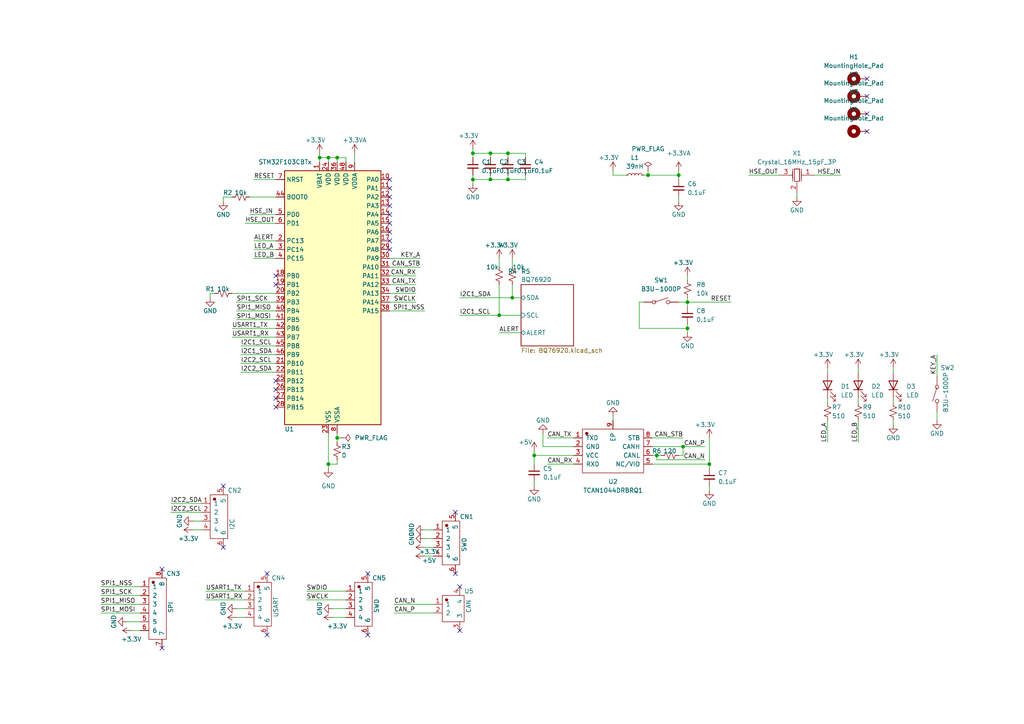
<source format=kicad_sch>
(kicad_sch (version 20230121) (generator eeschema)
  (paper "A4")
  (title_block (title "CawBMS") (rev "Alpha") (company "GUAIK"))
  (lib_symbols
    (symbol "Device:C_Small" (pin_numbers hide) (pin_names (offset 0.254) hide)
      (property "Reference" "C" (at 0.254 1.778 0))
      (property "Value" "C_Small" (at 0.254 -2.032 0))
      (symbol "C_Small_0_1"
        (polyline (pts (xy -1.524 -0.508) (xy 1.524 -0.508)) (stroke (width 0.3302)))
        (polyline (pts (xy -1.524 0.508) (xy 1.524 0.508)) (stroke (width 0.3048)))
      )
      (symbol "C_Small_1_1"
        (pin passive line (at 0 2.54 270) (length 2.032) (name "~") (number "1"))
        (pin passive line (at 0 -2.54 90) (length 2.032) (name "~") (number "2"))
      )
    )
    (symbol "Device:LED" (pin_numbers hide) (pin_names (offset 1.016) hide)
      (property "Reference" "D" (at 0 2.54 0))
      (property "Value" "LED" (at 0 -2.54 0))
      (symbol "LED_0_1"
        (polyline (pts (xy -1.27 -1.27) (xy -1.27 1.27)) (stroke (width 0.254)))
        (polyline (pts (xy -1.27 0) (xy 1.27 0)))
        (polyline (pts (xy 1.27 -1.27) (xy 1.27 1.27) (xy -1.27 0) (xy 1.27 -1.27)) (stroke (width 0.254)))
        (polyline (pts (xy -3.048 -0.762) (xy -4.572 -2.286) (xy -3.81 -2.286) (xy -4.572 -2.286) (xy -4.572 -1.524)))
        (polyline (pts (xy -1.778 -0.762) (xy -3.302 -2.286) (xy -2.54 -2.286) (xy -3.302 -2.286) (xy -3.302 -1.524)))
      )
      (symbol "LED_1_1"
        (pin passive line (at -3.81 0 0) (length 2.54) (name "K") (number "1"))
        (pin passive line (at 3.81 0 180) (length 2.54) (name "A") (number "2"))
      )
    )
    (symbol "Device:L_Small" (pin_numbers hide) (pin_names (offset 0.254) hide)
      (property "Reference" "L" (at 0.762 1.016 0))
      (property "Value" "L_Small" (at 0.762 -1.016 0))
      (symbol "L_Small_0_1"
        (arc (start 0 -2.032) (mid 0.5058 -1.524) (end 0 -1.016))
        (arc (start 0 -1.016) (mid 0.5058 -0.508) (end 0 0))
        (arc (start 0 0) (mid 0.5058 0.508) (end 0 1.016))
        (arc (start 0 1.016) (mid 0.5058 1.524) (end 0 2.032))
      )
      (symbol "L_Small_1_1"
        (pin passive line (at 0 2.54 270) (length 0.508) (name "~") (number "1"))
        (pin passive line (at 0 -2.54 90) (length 0.508) (name "~") (number "2"))
      )
    )
    (symbol "Device:R_Small_US" (pin_numbers hide) (pin_names (offset 0.254) hide)
      (property "Reference" "R" (at 0.762 0.508 0))
      (property "Value" "R_Small_US" (at 0.762 -1.016 0))
      (symbol "R_Small_US_1_1"
        (polyline (pts (xy 0 0) (xy 1.016 -0.381) (xy 0 -0.762) (xy -1.016 -1.143) (xy 0 -1.524)))
        (polyline (pts (xy 0 1.524) (xy 1.016 1.143) (xy 0 0.762) (xy -1.016 0.381) (xy 0 0)))
        (pin passive line (at 0 2.54 270) (length 1.016) (name "~") (number "1"))
        (pin passive line (at 0 -2.54 90) (length 1.016) (name "~") (number "2"))
      )
    )
    (symbol "MCU_ST_STM32F1:STM32F103CBTx"
      (property "Reference" "U" (at -12.7 39.37 0))
      (property "Value" "STM32F103CBTx" (at 10.16 39.37 0))
      (symbol "STM32F103CBTx_0_1"
        (rectangle (start -12.7 -35.56) (end 15.24 38.1) (stroke (width 0.254)) (fill (type background)))
      )
      (symbol "STM32F103CBTx_1_1"
        (pin power_in line (at -2.54 40.64 270) (length 2.54) (name "VBAT") (number "1"))
        (pin bidirectional line (at 17.78 35.56 180) (length 2.54) (name "PA0") (number "10"))
        (pin bidirectional line (at 17.78 33.02 180) (length 2.54) (name "PA1") (number "11"))
        (pin bidirectional line (at 17.78 30.48 180) (length 2.54) (name "PA2") (number "12"))
        (pin bidirectional line (at 17.78 27.94 180) (length 2.54) (name "PA3") (number "13"))
        (pin bidirectional line (at 17.78 25.4 180) (length 2.54) (name "PA4") (number "14"))
        (pin bidirectional line (at 17.78 22.86 180) (length 2.54) (name "PA5") (number "15"))
        (pin bidirectional line (at 17.78 20.32 180) (length 2.54) (name "PA6") (number "16"))
        (pin bidirectional line (at 17.78 17.78 180) (length 2.54) (name "PA7") (number "17"))
        (pin bidirectional line (at -15.24 7.62 0) (length 2.54) (name "PB0") (number "18"))
        (pin bidirectional line (at -15.24 5.08 0) (length 2.54) (name "PB1") (number "19"))
        (pin bidirectional line (at -15.24 17.78 0) (length 2.54) (name "PC13") (number "2"))
        (pin bidirectional line (at -15.24 2.54 0) (length 2.54) (name "PB2") (number "20"))
        (pin bidirectional line (at -15.24 -17.78 0) (length 2.54) (name "PB10") (number "21"))
        (pin bidirectional line (at -15.24 -20.32 0) (length 2.54) (name "PB11") (number "22"))
        (pin power_in line (at 0 -38.1 90) (length 2.54) (name "VSS") (number "23"))
        (pin power_in line (at 0 40.64 270) (length 2.54) (name "VDD") (number "24"))
        (pin bidirectional line (at -15.24 -22.86 0) (length 2.54) (name "PB12") (number "25"))
        (pin bidirectional line (at -15.24 -25.4 0) (length 2.54) (name "PB13") (number "26"))
        (pin bidirectional line (at -15.24 -27.94 0) (length 2.54) (name "PB14") (number "27"))
        (pin bidirectional line (at -15.24 -30.48 0) (length 2.54) (name "PB15") (number "28"))
        (pin bidirectional line (at 17.78 15.24 180) (length 2.54) (name "PA8") (number "29"))
        (pin bidirectional line (at -15.24 15.24 0) (length 2.54) (name "PC14") (number "3"))
        (pin bidirectional line (at 17.78 12.7 180) (length 2.54) (name "PA9") (number "30"))
        (pin bidirectional line (at 17.78 10.16 180) (length 2.54) (name "PA10") (number "31"))
        (pin bidirectional line (at 17.78 7.62 180) (length 2.54) (name "PA11") (number "32"))
        (pin bidirectional line (at 17.78 5.08 180) (length 2.54) (name "PA12") (number "33"))
        (pin bidirectional line (at 17.78 2.54 180) (length 2.54) (name "PA13") (number "34"))
        (pin passive line (at 0 -38.1 90) (length 2.54) hide (name "VSS") (number "35"))
        (pin power_in line (at 2.54 40.64 270) (length 2.54) (name "VDD") (number "36"))
        (pin bidirectional line (at 17.78 0 180) (length 2.54) (name "PA14") (number "37"))
        (pin bidirectional line (at 17.78 -2.54 180) (length 2.54) (name "PA15") (number "38"))
        (pin bidirectional line (at -15.24 0 0) (length 2.54) (name "PB3") (number "39"))
        (pin bidirectional line (at -15.24 12.7 0) (length 2.54) (name "PC15") (number "4"))
        (pin bidirectional line (at -15.24 -2.54 0) (length 2.54) (name "PB4") (number "40"))
        (pin bidirectional line (at -15.24 -5.08 0) (length 2.54) (name "PB5") (number "41"))
        (pin bidirectional line (at -15.24 -7.62 0) (length 2.54) (name "PB6") (number "42"))
        (pin bidirectional line (at -15.24 -10.16 0) (length 2.54) (name "PB7") (number "43"))
        (pin input line (at -15.24 30.48 0) (length 2.54) (name "BOOT0") (number "44"))
        (pin bidirectional line (at -15.24 -12.7 0) (length 2.54) (name "PB8") (number "45"))
        (pin bidirectional line (at -15.24 -15.24 0) (length 2.54) (name "PB9") (number "46"))
        (pin passive line (at 0 -38.1 90) (length 2.54) hide (name "VSS") (number "47"))
        (pin power_in line (at 5.08 40.64 270) (length 2.54) (name "VDD") (number "48"))
        (pin bidirectional line (at -15.24 25.4 0) (length 2.54) (name "PD0") (number "5"))
        (pin bidirectional line (at -15.24 22.86 0) (length 2.54) (name "PD1") (number "6"))
        (pin input line (at -15.24 35.56 0) (length 2.54) (name "NRST") (number "7"))
        (pin power_in line (at 2.54 -38.1 90) (length 2.54) (name "VSSA") (number "8"))
        (pin power_in line (at 7.62 40.64 270) (length 2.54) (name "VDDA") (number "9"))
      )
    )
    (symbol "Mechanical:MountingHole_Pad" (pin_numbers hide) (pin_names (offset 1.016) hide)
      (property "Reference" "H" (at 0 6.35 0))
      (property "Value" "MountingHole_Pad" (at 0 4.445 0))
      (symbol "MountingHole_Pad_0_1"
        (circle (center 0 1.27) (radius 1.27) (stroke (width 1.27)))
      )
      (symbol "MountingHole_Pad_1_1"
        (pin input line (at 0 -2.54 90) (length 2.54) (name "1") (number "1"))
      )
    )
    (symbol "Rick_CAN:TCAN1044DRBRQ1" (pin_names (offset 1.016))
      (property "Reference" "U" (at 0 11.684 0))
      (property "Value" "TCAN1044DRBRQ1" (at 0 16.764 0))
      (symbol "TCAN1044DRBRQ1_1_1"
        (rectangle (start -8.89 6.35) (end 8.89 -6.35) (stroke (width 0.1524)))
        (circle (center -7.62 5.08) (radius 0.381) (stroke (width 0.1524)) (fill (type outline)))
        (pin output line (at -11.43 3.81 0) (length 2.54) (name "TXD") (number "1"))
        (pin power_in line (at -11.43 1.27 0) (length 2.54) (name "GND") (number "2"))
        (pin power_in line (at -11.43 -1.27 0) (length 2.54) (name "VCC") (number "3"))
        (pin input line (at -11.43 -3.81 0) (length 2.54) (name "RXD") (number "4"))
        (pin power_in line (at 11.43 -3.81 180) (length 2.54) (name "NC/VIO") (number "5"))
        (pin bidirectional line (at 11.43 -1.27 180) (length 2.54) (name "CANL") (number "6"))
        (pin bidirectional line (at 11.43 1.27 180) (length 2.54) (name "CANH") (number "7"))
        (pin input line (at 11.43 3.81 180) (length 2.54) (name "STB") (number "8"))
        (pin power_in line (at 0 8.89 270) (length 2.54) (name "EP") (number "9"))
      )
    )
    (symbol "Rick_Connector:WAFER-SH1.0-2PWB" (pin_names (offset 1.016))
      (property "Reference" "U" (at 0 9.144 0))
      (property "Value" "WAFER-SH1.0-2PWB" (at 0 14.224 0))
      (symbol "WAFER-SH1.0-2PWB_1_1"
        (rectangle (start -1.27 3.81) (end 5.08 -3.81) (stroke (width 0.1524)))
        (circle (center 0 2.54) (radius 0.381) (stroke (width 0.1524)) (fill (type outline)))
        (pin input line (at -3.81 1.27 0) (length 2.54) (name "1") (number "1"))
        (pin input line (at -3.81 -1.27 0) (length 2.54) (name "2") (number "2"))
        (pin input line (at 3.81 -6.35 90) (length 2.54) (name "3") (number "3"))
        (pin input line (at 3.81 6.35 270) (length 2.54) (name "4") (number "4"))
      )
    )
    (symbol "Rick_Connector:WAFER-SH1.0-4PWB" (pin_names (offset 1.016))
      (property "Reference" "CN" (at 0 11.7094 0))
      (property "Value" "WAFER-SH1.0-4PWB" (at 0 16.7894 0))
      (symbol "WAFER-SH1.0-4PWB_1_1"
        (rectangle (start -1.27 6.35) (end 3.81 -6.35) (stroke (width 0.1524)))
        (circle (center 0 5.08) (radius 0.381) (stroke (width 0.1524)) (fill (type outline)))
        (pin input line (at -3.81 3.81 0) (length 2.54) (name "1") (number "1"))
        (pin input line (at -3.81 1.27 0) (length 2.54) (name "2") (number "2"))
        (pin input line (at -3.81 -1.27 0) (length 2.54) (name "3") (number "3"))
        (pin input line (at -3.81 -3.81 0) (length 2.54) (name "4") (number "4"))
        (pin input line (at 2.54 8.89 270) (length 2.54) (name "5") (number "5"))
        (pin input line (at 2.54 -8.89 90) (length 2.54) (name "6") (number "6"))
      )
    )
    (symbol "Rick_Connector:WAFER-SH1.0-6PWB" (pin_names (offset 1.016))
      (property "Reference" "CN" (at 0 14.224 0))
      (property "Value" "WAFER-SH1.0-6PWB" (at 0 19.304 0))
      (symbol "WAFER-SH1.0-6PWB_1_1"
        (rectangle (start -2.54 8.89) (end 2.54 -8.89) (stroke (width 0.1524)))
        (circle (center -1.27 7.62) (radius 0.381) (stroke (width 0.1524)) (fill (type outline)))
        (pin input line (at -5.08 6.35 0) (length 2.54) (name "1") (number "1"))
        (pin input line (at -5.08 3.81 0) (length 2.54) (name "2") (number "2"))
        (pin input line (at -5.08 1.27 0) (length 2.54) (name "3") (number "3"))
        (pin input line (at -5.08 -1.27 0) (length 2.54) (name "4") (number "4"))
        (pin input line (at -5.08 -3.81 0) (length 2.54) (name "5") (number "5"))
        (pin input line (at -5.08 -6.35 0) (length 2.54) (name "6") (number "6"))
        (pin input line (at 1.27 -11.43 90) (length 2.54) (name "7") (number "7"))
        (pin input line (at 1.27 11.43 270) (length 2.54) (name "8") (number "8"))
      )
    )
    (symbol "Rick_Device:Crystal_16MHz_15pF_3P" (pin_names (offset 1.016) hide)
      (property "Reference" "X" (at 0 4.318 0))
      (property "Value" "Crystal_16MHz_15pF_3P" (at 0 9.398 0))
      (symbol "Crystal_16MHz_15pF_3P_1_1"
        (polyline (pts (xy -1.27 1.016) (xy -1.27 -1.016)) (stroke (width 0.1524)))
        (polyline (pts (xy -1.27 1.778) (xy -1.27 -1.778)) (stroke (width 0.1524)))
        (polyline (pts (xy -0.762 1.778) (xy 0.762 1.778)) (stroke (width 0.1524)))
        (polyline (pts (xy 1.27 1.016) (xy 1.27 -1.016)) (stroke (width 0.1524)))
        (polyline (pts (xy 1.27 1.778) (xy 1.27 -1.778)) (stroke (width 0.1524)))
        (polyline (pts (xy 0.762 1.778) (xy 0.762 -1.778) (xy -0.762 -1.778) (xy -0.762 1.778)) (stroke (width 0.1524)))
        (polyline (pts (xy -0.762 -1.778) (xy -0.762 1.778) (xy 0.762 1.778) (xy 0.762 -1.778) (xy -0.762 -1.778)) (stroke (width 0.1524)))
        (pin passive line (at 5.08 0 180) (length 3.81) (name "OSC1") (number "1"))
        (pin passive line (at 0 -5.08 90) (length 3.048) (name "GND") (number "2"))
        (pin passive line (at -5.08 0 0) (length 3.81) (name "OSC2") (number "3"))
      )
    )
    (symbol "Rick_Switch:B3U-1000P" (pin_numbers hide) (pin_names (offset 1.016) hide)
      (property "Reference" "SW" (at 0 2.54 0))
      (property "Value" "B3U-1000P" (at 0 5.08 0))
      (symbol "B3U-1000P_0_1"
        (circle (center -2.032 0) (radius 0.508))
        (polyline (pts (xy -2.032 0) (xy 2.032 1.27)))
        (circle (center 2.032 0) (radius 0.508))
        (pin passive line (at -5.08 0 0) (length 2.54) (name "1") (number "1"))
        (pin passive line (at 5.08 0 180) (length 2.54) (name "2") (number "2"))
      )
    )
    (symbol "power:+3.3V" (power) (pin_names (offset 0))
      (property "Value" "+3.3V" (at 0 3.556 0))
      (symbol "+3.3V_0_1"
        (polyline (pts (xy -0.762 1.27) (xy 0 2.54)))
        (polyline (pts (xy 0 0) (xy 0 2.54)))
        (polyline (pts (xy 0 2.54) (xy 0.762 1.27)))
      )
      (symbol "+3.3V_1_1"
        (pin power_in line (at 0 0 90) (length 0) hide (name "+3.3V") (number "1"))
      )
    )
    (symbol "power:+3.3VA" (power) (pin_names (offset 0))
      (property "Value" "+3.3VA" (at 0 3.556 0))
      (symbol "+3.3VA_0_1"
        (polyline (pts (xy -0.762 1.27) (xy 0 2.54)))
        (polyline (pts (xy 0 0) (xy 0 2.54)))
        (polyline (pts (xy 0 2.54) (xy 0.762 1.27)))
      )
      (symbol "+3.3VA_1_1"
        (pin power_in line (at 0 0 90) (length 0) hide (name "+3.3VA") (number "1"))
      )
    )
    (symbol "power:+5V" (power) (pin_names (offset 0))
      (property "Value" "+5V" (at 0 3.556 0))
      (symbol "+5V_0_1"
        (polyline (pts (xy -0.762 1.27) (xy 0 2.54)))
        (polyline (pts (xy 0 0) (xy 0 2.54)))
        (polyline (pts (xy 0 2.54) (xy 0.762 1.27)))
      )
      (symbol "+5V_1_1"
        (pin power_in line (at 0 0 90) (length 0) hide (name "+5V") (number "1"))
      )
    )
    (symbol "power:GND" (power) (pin_names (offset 0))
      (property "Value" "GND" (at 0 -3.81 0))
      (symbol "GND_0_1"
        (polyline (pts (xy 0 0) (xy 0 -1.27) (xy 1.27 -1.27) (xy 0 -2.54) (xy -1.27 -1.27) (xy 0 -1.27)))
      )
      (symbol "GND_1_1"
        (pin power_in line (at 0 0 270) (length 0) hide (name "GND") (number "1"))
      )
    )
    (symbol "power:PWR_FLAG" (power) (pin_numbers hide) (pin_names (offset 0) hide)
      (property "Value" "PWR_FLAG" (at 0 3.81 0))
      (symbol "PWR_FLAG_0_0"
        (pin power_out line (at 0 0 90) (length 0) (name "pwr") (number "1"))
      )
      (symbol "PWR_FLAG_0_1"
        (polyline (pts (xy 0 0) (xy 0 1.27) (xy -1.016 1.905) (xy 0 2.54) (xy 1.016 1.905) (xy 0 1.27)))
      )
    )
  )
  (junction (at 187.96 50.8))
  (junction (at 142.24 52.07))
  (junction (at 147.32 44.45))
  (junction (at 97.79 45.72))
  (junction (at 92.71 45.72))
  (junction (at 97.79 127))
  (junction (at 190.5 132.08))
  (junction (at 199.39 95.25))
  (junction (at 196.85 50.8))
  (junction (at 95.25 134.62))
  (junction (at 95.25 45.72))
  (junction (at 137.16 44.45))
  (junction (at 154.94 132.08))
  (junction (at 205.74 134.62))
  (junction (at 199.39 87.63))
  (junction (at 147.32 52.07))
  (junction (at 144.78 91.44))
  (junction (at 148.59 86.36))
  (junction (at 137.16 52.07))
  (junction (at 198.12 129.54))
  (junction (at 142.24 44.45))
  (no_connect (at 251.46 27.94))
  (no_connect (at 46.99 165.1))
  (no_connect (at 106.68 166.37))
  (no_connect (at 113.03 52.07))
  (no_connect (at 113.03 69.85))
  (no_connect (at 132.08 148.59))
  (no_connect (at 64.77 158.75))
  (no_connect (at 77.47 166.37))
  (no_connect (at 251.46 33.02))
  (no_connect (at 133.35 170.18))
  (no_connect (at 113.03 57.15))
  (no_connect (at 77.47 184.15))
  (no_connect (at 251.46 22.86))
  (no_connect (at 113.03 67.31))
  (no_connect (at 80.01 80.01))
  (no_connect (at 132.08 166.37))
  (no_connect (at 133.35 182.88))
  (no_connect (at 113.03 72.39))
  (no_connect (at 113.03 64.77))
  (no_connect (at 80.01 113.03))
  (no_connect (at 64.77 140.97))
  (no_connect (at 46.99 187.96))
  (no_connect (at 113.03 59.69))
  (no_connect (at 251.46 38.1))
  (no_connect (at 106.68 184.15))
  (no_connect (at 80.01 118.11))
  (no_connect (at 80.01 110.49))
  (no_connect (at 113.03 54.61))
  (no_connect (at 80.01 82.55))
  (no_connect (at 113.03 62.23))
  (no_connect (at 80.01 115.57))
  (wire (pts (xy 121.92 77.47) (xy 113.03 77.47)))
  (wire (pts (xy 196.85 50.8) (xy 196.85 52.07)))
  (wire (pts (xy 248.92 106.68) (xy 248.92 107.95)))
  (wire (pts (xy 68.58 87.63) (xy 80.01 87.63)))
  (wire (pts (xy 158.75 134.62) (xy 166.37 134.62)))
  (wire (pts (xy 148.59 86.36) (xy 151.13 86.36)))
  (wire (pts (xy 114.3 175.26) (xy 125.73 175.26)))
  (wire (pts (xy 199.39 93.98) (xy 199.39 95.25)))
  (wire (pts (xy 240.03 128.27) (xy 240.03 121.92)))
  (wire (pts (xy 120.65 87.63) (xy 113.03 87.63)))
  (wire (pts (xy 120.65 80.01) (xy 113.03 80.01)))
  (wire (pts (xy 29.21 175.26) (xy 40.64 175.26)))
  (wire (pts (xy 157.48 125.73) (xy 157.48 129.54)))
  (wire (pts (xy 177.8 50.8) (xy 181.61 50.8)))
  (wire (pts (xy 199.39 86.36) (xy 199.39 87.63)))
  (wire (pts (xy 148.59 82.55) (xy 148.59 86.36)))
  (wire (pts (xy 96.52 176.53) (xy 100.33 176.53)))
  (wire (pts (xy 95.25 125.73) (xy 95.25 134.62)))
  (wire (pts (xy 72.39 57.15) (xy 80.01 57.15)))
  (wire (pts (xy 38.1 182.88) (xy 40.64 182.88)))
  (wire (pts (xy 137.16 52.07) (xy 137.16 53.34)))
  (wire (pts (xy 259.08 106.68) (xy 259.08 107.95)))
  (wire (pts (xy 185.42 95.25) (xy 199.39 95.25)))
  (wire (pts (xy 73.66 72.39) (xy 80.01 72.39)))
  (wire (pts (xy 248.92 115.57) (xy 248.92 116.84)))
  (wire (pts (xy 123.19 158.75) (xy 125.73 158.75)))
  (wire (pts (xy 157.48 129.54) (xy 166.37 129.54)))
  (wire (pts (xy 49.53 146.05) (xy 58.42 146.05)))
  (wire (pts (xy 154.94 132.08) (xy 154.94 134.62)))
  (wire (pts (xy 123.19 153.67) (xy 125.73 153.67)))
  (wire (pts (xy 142.24 44.45) (xy 142.24 45.72)))
  (wire (pts (xy 177.8 49.53) (xy 177.8 50.8)))
  (wire (pts (xy 154.94 130.81) (xy 154.94 132.08)))
  (wire (pts (xy 205.74 140.97) (xy 205.74 142.24)))
  (wire (pts (xy 185.42 87.63) (xy 185.42 95.25)))
  (wire (pts (xy 121.92 74.93) (xy 113.03 74.93)))
  (wire (pts (xy 68.58 176.53) (xy 71.12 176.53)))
  (wire (pts (xy 69.85 107.95) (xy 80.01 107.95)))
  (wire (pts (xy 147.32 44.45) (xy 142.24 44.45)))
  (wire (pts (xy 59.69 171.45) (xy 71.12 171.45)))
  (wire (pts (xy 60.96 85.09) (xy 60.96 86.36)))
  (wire (pts (xy 248.92 128.27) (xy 248.92 121.92)))
  (wire (pts (xy 189.23 129.54) (xy 198.12 129.54)))
  (wire (pts (xy 158.75 127) (xy 166.37 127)))
  (wire (pts (xy 190.5 133.35) (xy 204.47 133.35)))
  (wire (pts (xy 142.24 44.45) (xy 137.16 44.45)))
  (wire (pts (xy 187.96 49.53) (xy 187.96 50.8)))
  (wire (pts (xy 137.16 50.8) (xy 137.16 52.07)))
  (wire (pts (xy 177.8 120.65) (xy 177.8 121.92)))
  (wire (pts (xy 95.25 45.72) (xy 97.79 45.72)))
  (wire (pts (xy 73.66 69.85) (xy 80.01 69.85)))
  (wire (pts (xy 198.12 132.08) (xy 196.85 132.08)))
  (wire (pts (xy 189.23 132.08) (xy 190.5 132.08)))
  (wire (pts (xy 123.19 156.21) (xy 125.73 156.21)))
  (wire (pts (xy 137.16 52.07) (xy 142.24 52.07)))
  (wire (pts (xy 187.96 50.8) (xy 196.85 50.8)))
  (wire (pts (xy 147.32 50.8) (xy 147.32 52.07)))
  (wire (pts (xy 73.66 74.93) (xy 80.01 74.93)))
  (wire (pts (xy 205.74 127) (xy 205.74 134.62)))
  (wire (pts (xy 72.39 62.23) (xy 80.01 62.23)))
  (wire (pts (xy 97.79 45.72) (xy 97.79 46.99)))
  (wire (pts (xy 152.4 52.07) (xy 152.4 50.8)))
  (wire (pts (xy 196.85 57.15) (xy 196.85 58.42)))
  (wire (pts (xy 137.16 43.18) (xy 137.16 44.45)))
  (wire (pts (xy 68.58 92.71) (xy 80.01 92.71)))
  (wire (pts (xy 243.84 50.8) (xy 236.22 50.8)))
  (wire (pts (xy 97.79 133.35) (xy 97.79 134.62)))
  (wire (pts (xy 68.58 179.07) (xy 71.12 179.07)))
  (wire (pts (xy 152.4 45.72) (xy 152.4 44.45)))
  (wire (pts (xy 95.25 134.62) (xy 97.79 134.62)))
  (wire (pts (xy 99.06 127) (xy 97.79 127)))
  (wire (pts (xy 198.12 127) (xy 189.23 127)))
  (wire (pts (xy 67.31 95.25) (xy 80.01 95.25)))
  (wire (pts (xy 271.78 119.38) (xy 271.78 121.92)))
  (wire (pts (xy 133.35 91.44) (xy 144.78 91.44)))
  (wire (pts (xy 62.23 85.09) (xy 60.96 85.09)))
  (wire (pts (xy 120.65 85.09) (xy 113.03 85.09)))
  (wire (pts (xy 88.9 171.45) (xy 100.33 171.45)))
  (wire (pts (xy 100.33 45.72) (xy 100.33 46.99)))
  (wire (pts (xy 217.17 50.8) (xy 226.06 50.8)))
  (wire (pts (xy 95.25 134.62) (xy 95.25 135.89)))
  (wire (pts (xy 92.71 45.72) (xy 95.25 45.72)))
  (wire (pts (xy 97.79 125.73) (xy 97.79 127)))
  (wire (pts (xy 148.59 74.93) (xy 148.59 77.47)))
  (wire (pts (xy 199.39 87.63) (xy 199.39 88.9)))
  (wire (pts (xy 49.53 148.59) (xy 58.42 148.59)))
  (wire (pts (xy 137.16 44.45) (xy 137.16 45.72)))
  (wire (pts (xy 69.85 102.87) (xy 80.01 102.87)))
  (wire (pts (xy 120.65 82.55) (xy 113.03 82.55)))
  (wire (pts (xy 147.32 44.45) (xy 147.32 45.72)))
  (wire (pts (xy 186.69 87.63) (xy 185.42 87.63)))
  (wire (pts (xy 69.85 105.41) (xy 80.01 105.41)))
  (wire (pts (xy 144.78 91.44) (xy 151.13 91.44)))
  (wire (pts (xy 152.4 44.45) (xy 147.32 44.45)))
  (wire (pts (xy 123.19 90.17) (xy 113.03 90.17)))
  (wire (pts (xy 271.78 102.87) (xy 271.78 109.22)))
  (wire (pts (xy 190.5 132.08) (xy 191.77 132.08)))
  (wire (pts (xy 144.78 96.52) (xy 151.13 96.52)))
  (wire (pts (xy 69.85 100.33) (xy 80.01 100.33)))
  (wire (pts (xy 59.69 173.99) (xy 71.12 173.99)))
  (wire (pts (xy 144.78 74.93) (xy 144.78 77.47)))
  (wire (pts (xy 92.71 44.45) (xy 92.71 45.72)))
  (wire (pts (xy 55.88 151.13) (xy 58.42 151.13)))
  (wire (pts (xy 259.08 115.57) (xy 259.08 116.84)))
  (wire (pts (xy 97.79 127) (xy 97.79 128.27)))
  (wire (pts (xy 199.39 87.63) (xy 212.09 87.63)))
  (wire (pts (xy 73.66 52.07) (xy 80.01 52.07)))
  (wire (pts (xy 199.39 95.25) (xy 199.39 96.52)))
  (wire (pts (xy 198.12 129.54) (xy 204.47 129.54)))
  (wire (pts (xy 199.39 80.01) (xy 199.39 81.28)))
  (wire (pts (xy 97.79 45.72) (xy 100.33 45.72)))
  (wire (pts (xy 92.71 45.72) (xy 92.71 46.99)))
  (wire (pts (xy 259.08 121.92) (xy 259.08 123.19)))
  (wire (pts (xy 142.24 50.8) (xy 142.24 52.07)))
  (wire (pts (xy 55.88 153.67) (xy 58.42 153.67)))
  (wire (pts (xy 64.77 57.15) (xy 64.77 58.42)))
  (wire (pts (xy 29.21 177.8) (xy 40.64 177.8)))
  (wire (pts (xy 154.94 132.08) (xy 166.37 132.08)))
  (wire (pts (xy 67.31 57.15) (xy 64.77 57.15)))
  (wire (pts (xy 205.74 134.62) (xy 189.23 134.62)))
  (wire (pts (xy 29.21 172.72) (xy 40.64 172.72)))
  (wire (pts (xy 123.19 161.29) (xy 125.73 161.29)))
  (wire (pts (xy 196.85 49.53) (xy 196.85 50.8)))
  (wire (pts (xy 231.14 55.88) (xy 231.14 57.15)))
  (wire (pts (xy 114.3 177.8) (xy 125.73 177.8)))
  (wire (pts (xy 67.31 85.09) (xy 80.01 85.09)))
  (wire (pts (xy 71.12 64.77) (xy 80.01 64.77)))
  (wire (pts (xy 147.32 52.07) (xy 152.4 52.07)))
  (wire (pts (xy 36.83 180.34) (xy 40.64 180.34)))
  (wire (pts (xy 102.87 44.45) (xy 102.87 46.99)))
  (wire (pts (xy 154.94 139.7) (xy 154.94 140.97)))
  (wire (pts (xy 198.12 129.54) (xy 198.12 132.08)))
  (wire (pts (xy 133.35 86.36) (xy 148.59 86.36)))
  (wire (pts (xy 205.74 134.62) (xy 205.74 135.89)))
  (wire (pts (xy 88.9 173.99) (xy 100.33 173.99)))
  (wire (pts (xy 186.69 50.8) (xy 187.96 50.8)))
  (wire (pts (xy 240.03 106.68) (xy 240.03 107.95)))
  (wire (pts (xy 196.85 87.63) (xy 199.39 87.63)))
  (wire (pts (xy 190.5 132.08) (xy 190.5 133.35)))
  (wire (pts (xy 240.03 115.57) (xy 240.03 116.84)))
  (wire (pts (xy 142.24 52.07) (xy 147.32 52.07)))
  (wire (pts (xy 67.31 97.79) (xy 80.01 97.79)))
  (wire (pts (xy 95.25 45.72) (xy 95.25 46.99)))
  (wire (pts (xy 144.78 82.55) (xy 144.78 91.44)))
  (wire (pts (xy 29.21 170.18) (xy 40.64 170.18)))
  (wire (pts (xy 68.58 90.17) (xy 80.01 90.17)))
  (wire (pts (xy 96.52 179.07) (xy 100.33 179.07)))
  (label "RESET" (at 212.09 87.63 180))
  (label "LED_A" (at 73.66 72.39 0))
  (label "I2C2_SCL" (at 49.53 148.59 0))
  (label "SPI1_MISO" (at 68.58 90.17 0))
  (label "CAN_P" (at 204.47 129.54 180))
  (label "I2C2_SDA" (at 49.53 146.05 0))
  (label "CAN_N" (at 204.47 133.35 180))
  (label "SPI1_NSS" (at 29.21 170.18 0))
  (label "SWDIO" (at 120.65 85.09 180))
  (label "CAN_TX" (at 158.75 127 0))
  (label "I2C2_SCL" (at 69.85 105.41 0))
  (label "HSE_IN" (at 72.39 62.23 0))
  (label "HSE_IN" (at 243.84 50.8 180))
  (label "ALERT" (at 73.66 69.85 0))
  (label "CAN_STB" (at 121.92 77.47 180))
  (label "HSE_OUT" (at 217.17 50.8 0))
  (label "USART1_RX" (at 59.69 173.99 0))
  (label "I2C2_SDA" (at 69.85 107.95 0))
  (label "I2C1_SCL" (at 69.85 100.33 0))
  (label "LED_A" (at 240.03 128.27 90))
  (label "SWDIO" (at 88.9 171.45 0))
  (label "SPI1_MOSI" (at 68.58 92.71 0))
  (label "HSE_OUT" (at 71.12 64.77 0))
  (label "I2C1_SDA" (at 133.35 86.36 0))
  (label "SPI1_MISO" (at 29.21 175.26 0))
  (label "SPI1_SCK" (at 29.21 172.72 0))
  (label "CAN_RX" (at 120.65 80.01 180))
  (label "CAN_RX" (at 158.75 134.62 0))
  (label "KEY_A" (at 121.92 74.93 180))
  (label "ALERT" (at 144.78 96.52 0))
  (label "USART1_TX" (at 59.69 171.45 0))
  (label "RESET" (at 73.66 52.07 0))
  (label "SWCLK" (at 120.65 87.63 180))
  (label "I2C1_SDA" (at 69.85 102.87 0))
  (label "SPI1_SCK" (at 68.58 87.63 0))
  (label "LED_B" (at 248.92 128.27 90))
  (label "USART1_TX" (at 67.31 95.25 0))
  (label "SPI1_MOSI" (at 29.21 177.8 0))
  (label "CAN_P" (at 114.3 177.8 0))
  (label "SPI1_NSS" (at 123.19 90.17 180))
  (label "CAN_N" (at 114.3 175.26 0))
  (label "SWCLK" (at 88.9 173.99 0))
  (label "LED_B" (at 73.66 74.93 0))
  (label "I2C1_SCL" (at 133.35 91.44 0))
  (label "KEY_A" (at 271.78 102.87 270))
  (label "CAN_TX" (at 120.65 82.55 180))
  (label "CAN_STB" (at 198.12 127 180))
  (label "USART1_RX" (at 67.31 97.79 0))
  (symbol (lib_id "power:+3.3V") (at 92.71 44.45 0) (unit 1)
    (property "Reference" "#PWR04" (effects hide))
    (property "Value" "+3.3V" (at 91.44 40.64 0))
  )
  (symbol (lib_id "power:PWR_FLAG") (at 99.06 127 270) (unit 1)
    (property "Reference" "#FLG01" (effects hide))
    (property "Value" "PWR_FLAG" (at 102.87 127 90) (effects (justify left)))
  )
  (symbol (lib_id "Device:L_Small") (at 184.15 50.8 90) (unit 1)
    (property "Reference" "L1" (at 184.15 45.72 90))
    (property "Value" "39nH" (at 184.15 48.26 90))
    (property "Footprint" "Inductor_SMD:L_0402_1005Metric_Pad0.77x0.64mm_HandSolder" (effects hide))
  )
  (symbol (lib_id "power:+5V") (at 154.94 130.81 0) (unit 1)
    (property "Reference" "#PWR015" (effects hide))
    (property "Value" "+5V" (at 152.4 128.27 0))
  )
  (symbol (lib_id "Mechanical:MountingHole_Pad") (at 248.92 22.86 90) (unit 1)
    (property "Reference" "H1" (at 247.65 16.51 90))
    (property "Value" "MountingHole_Pad" (at 247.65 19.05 90))
    (property "Footprint" "MountingHole:MountingHole_2.2mm_M2_Pad_Via" (effects hide))
  )
  (symbol (lib_id "power:PWR_FLAG") (at 187.96 49.53 0) (unit 1)
    (property "Reference" "#FLG02" (effects hide))
    (property "Value" "PWR_FLAG" (at 187.96 43.18 0))
  )
  (symbol (lib_id "power:+3.3V") (at 144.78 74.93 0) (unit 1)
    (property "Reference" "#PWR018" (effects hide))
    (property "Value" "+3.3V" (at 143.51 71.12 0))
  )
  (symbol (lib_id "Rick_CAN:TCAN1044DRBRQ1") (at 177.8 130.81 0) (unit 1)
    (property "Reference" "U2" (at 177.8 139.7 0))
    (property "Value" "TCAN1044DRBRQ1" (at 177.8 142.24 0))
    (property "Footprint" "Rick_CAN:TCAN1044DRBRQ1_DFN-8_L3.0-W3.0-P0.65-TL-EP2.4" (effects hide))
    (property "Datasheet" "https://item.szlcsc.com/3797141.html" (effects hide))
    (property "SuppliersPartNumber" "C3234120" (effects hide))
    (property "uuid" "std:57f587643297422893049129db506a43" (effects hide))
  )
  (symbol (lib_id "Device:R_Small_US") (at 248.92 119.38 0) (unit 1)
    (property "Reference" "R9" (at 250.19 118.11 0) (effects (justify left)))
    (property "Value" "510" (at 250.19 120.65 0) (effects (justify left)))
    (property "Footprint" "Resistor_SMD:R_0402_1005Metric_Pad0.72x0.64mm_HandSolder" (effects hide))
  )
  (symbol (lib_id "power:GND") (at 95.25 135.89 0) (unit 1)
    (property "Reference" "#PWR05" (effects hide))
    (property "Value" "GND" (at 95.25 140.97 0))
  )
  (symbol (lib_id "Device:R_Small_US") (at 64.77 85.09 90) (unit 1)
    (property "Reference" "R1" (at 60.96 83.82 90))
    (property "Value" "10k" (at 64.77 83.82 90))
    (property "Footprint" "Resistor_SMD:R_0402_1005Metric_Pad0.72x0.64mm_HandSolder" (effects hide))
  )
  (symbol (lib_id "power:GND") (at 60.96 86.36 0) (unit 1)
    (property "Reference" "#PWR01" (effects hide))
    (property "Value" "GND" (at 60.96 90.17 0))
  )
  (symbol (lib_id "Rick_Connector:WAFER-SH1.0-4PWB") (at 74.93 175.26 0) (unit 1)
    (property "Reference" "CN4" (at 78.74 167.64 0) (effects (justify left)))
    (property "Value" "USART" (at 80.01 179.07 90) (effects (justify left)))
    (property "Footprint" "Rick_Connector:CONN-SMD_4P-P1.00_WAFER-SH1.0-4PWB" (effects hide))
    (property "SuppliersPartNumber" "C3029343" (effects hide))
    (property "uuid" "std:3aeef2007f6340e5aa158e9b3ba53384" (effects hide))
  )
  (symbol (lib_id "power:+3.3V") (at 68.58 179.07 90) (unit 1)
    (property "Reference" "#PWR09" (effects hide))
    (property "Value" "+3.3V" (at 67.31 181.61 90))
  )
  (symbol (lib_id "power:GND") (at 96.52 176.53 270) (unit 1)
    (property "Reference" "#PWR010" (effects hide))
    (property "Value" "GND" (at 92.71 176.53 0))
  )
  (symbol (lib_id "Device:R_Small_US") (at 97.79 130.81 0) (unit 1)
    (property "Reference" "R3" (at 99.06 129.54 0) (effects (justify left)))
    (property "Value" "0" (at 99.06 132.08 0) (effects (justify left)))
    (property "Footprint" "Resistor_SMD:R_0402_1005Metric_Pad0.72x0.64mm_HandSolder" (effects hide))
  )
  (symbol (lib_id "power:+3.3V") (at 55.88 153.67 90) (unit 1)
    (property "Reference" "#PWR058" (effects hide))
    (property "Value" "+3.3V" (at 54.61 156.21 90))
  )
  (symbol (lib_id "Device:C_Small") (at 199.39 91.44 0) (unit 1)
    (property "Reference" "C8" (at 201.93 90.1763 0) (effects (justify left)))
    (property "Value" "0.1uF" (at 201.93 92.7163 0) (effects (justify left)))
    (property "Footprint" "Capacitor_SMD:C_0402_1005Metric_Pad0.74x0.62mm_HandSolder" (effects hide))
  )
  (symbol (lib_id "power:+5V") (at 123.19 161.29 90) (unit 1)
    (property "Reference" "#PWR014" (effects hide))
    (property "Value" "+5V" (at 124.46 162.56 90))
  )
  (symbol (lib_id "Device:R_Small_US") (at 144.78 80.01 0) (unit 1)
    (property "Reference" "R4" (at 147.32 78.74 0) (effects (justify left)))
    (property "Value" "10k" (at 140.97 77.47 0) (effects (justify left)))
    (property "Footprint" "Resistor_SMD:R_0402_1005Metric_Pad0.72x0.64mm_HandSolder" (effects hide))
  )
  (symbol (lib_id "power:+3.3VA") (at 196.85 49.53 0) (unit 1)
    (property "Reference" "#PWR022" (effects hide))
    (property "Value" "+3.3VA" (at 196.85 44.45 0))
  )
  (symbol (lib_id "power:GND") (at 36.83 180.34 270) (unit 1)
    (property "Reference" "#PWR03" (effects hide))
    (property "Value" "GND" (at 33.02 180.34 0))
  )
  (symbol (lib_id "Rick_Connector:WAFER-SH1.0-6PWB") (at 45.72 176.53 0) (unit 1)
    (property "Reference" "CN3" (at 48.26 166.37 0) (effects (justify left)))
    (property "Value" "SPI" (at 49.53 177.8 90) (effects (justify left)))
    (property "Footprint" "Rick_Connector:CONN-SMD_6P-P1.00_XUNPU_WAFER-SH1.0-6PWB" (effects hide))
    (property "SuppliersPartNumber" "C3029345" (effects hide))
    (property "uuid" "std:f32f5274372e4d209515ea792a9b5735" (effects hide))
  )
  (symbol (lib_id "Device:C_Small") (at 205.74 138.43 0) (unit 1)
    (property "Reference" "C7" (at 208.28 137.1663 0) (effects (justify left)))
    (property "Value" "0.1uF" (at 208.28 139.7063 0) (effects (justify left)))
    (property "Footprint" "Capacitor_SMD:C_0402_1005Metric_Pad0.74x0.62mm_HandSolder" (effects hide))
  )
  (symbol (lib_id "Device:LED") (at 240.03 111.76 90) (unit 1)
    (property "Reference" "D1" (at 243.84 112.0775 90) (effects (justify right)))
    (property "Value" "LED" (at 243.84 114.6175 90) (effects (justify right)))
    (property "Footprint" "LED_SMD:LED_0402_1005Metric_Pad0.77x0.64mm_HandSolder" (effects hide))
  )
  (symbol (lib_id "power:GND") (at 123.19 153.67 270) (unit 1)
    (property "Reference" "#PWR056" (effects hide))
    (property "Value" "GND" (at 119.38 153.67 0))
  )
  (symbol (lib_id "Rick_Connector:WAFER-SH1.0-2PWB") (at 129.54 176.53 0) (unit 1)
    (property "Reference" "U5" (at 134.62 171.45 0) (effects (justify left)))
    (property "Value" "CAN" (at 135.89 177.8 90) (effects (justify left)))
    (property "Footprint" "Rick_Connector:CONN-SMD_2P-P1.00_XUNPU_WAFER-SH1.0-2PWB" (effects hide))
    (property "SuppliersPartNumber" "C3029341" (effects hide))
    (property "uuid" "std:b25617d4d4944bb5a333c9a533c58e4a" (effects hide))
  )
  (symbol (lib_id "Device:R_Small_US") (at 148.59 80.01 0) (unit 1)
    (property "Reference" "R5" (at 151.13 78.74 0) (effects (justify left)))
    (property "Value" "10k" (at 148.59 77.47 0) (effects (justify left)))
    (property "Footprint" "Resistor_SMD:R_0402_1005Metric_Pad0.72x0.64mm_HandSolder" (effects hide))
  )
  (symbol (lib_id "power:GND") (at 55.88 151.13 270) (unit 1)
    (property "Reference" "#PWR057" (effects hide))
    (property "Value" "GND" (at 52.07 151.13 0))
  )
  (symbol (lib_id "power:GND") (at 64.77 58.42 0) (unit 1)
    (property "Reference" "#PWR02" (effects hide))
    (property "Value" "GND" (at 64.77 62.23 0))
  )
  (symbol (lib_id "power:+3.3V") (at 148.59 74.93 0) (unit 1)
    (property "Reference" "#PWR020" (effects hide))
    (property "Value" "+3.3V" (at 147.32 71.12 0))
  )
  (symbol (lib_id "Rick_Connector:WAFER-SH1.0-4PWB") (at 104.14 175.26 0) (unit 1)
    (property "Reference" "CN5" (at 107.95 167.64 0) (effects (justify left)))
    (property "Value" "SWD" (at 109.22 177.8 90) (effects (justify left)))
    (property "Footprint" "Rick_Connector:CONN-SMD_4P-P1.00_WAFER-SH1.0-4PWB" (effects hide))
    (property "SuppliersPartNumber" "C3029343" (effects hide))
    (property "uuid" "std:3aeef2007f6340e5aa158e9b3ba53384" (effects hide))
  )
  (symbol (lib_id "Device:C_Small") (at 154.94 137.16 0) (unit 1)
    (property "Reference" "C5" (at 157.48 135.8963 0) (effects (justify left)))
    (property "Value" "0.1uF" (at 157.48 138.4363 0) (effects (justify left)))
    (property "Footprint" "Capacitor_SMD:C_0402_1005Metric_Pad0.74x0.62mm_HandSolder" (effects hide))
  )
  (symbol (lib_id "power:GND") (at 199.39 96.52 0) (unit 1)
    (property "Reference" "#PWR028" (effects hide))
    (property "Value" "GND" (at 199.39 100.33 0))
  )
  (symbol (lib_id "power:GND") (at 196.85 58.42 0) (unit 1)
    (property "Reference" "#PWR023" (effects hide))
    (property "Value" "GND" (at 196.85 62.23 0))
  )
  (symbol (lib_id "Rick_Connector:WAFER-SH1.0-4PWB") (at 62.23 149.86 0) (unit 1)
    (property "Reference" "CN2" (at 66.04 142.24 0) (effects (justify left)))
    (property "Value" "I2C" (at 67.31 153.67 90) (effects (justify left)))
    (property "Footprint" "Rick_Connector:CONN-SMD_4P-P1.00_WAFER-SH1.0-4PWB" (effects hide))
    (property "SuppliersPartNumber" "C3029343" (effects hide))
    (property "uuid" "std:3aeef2007f6340e5aa158e9b3ba53384" (effects hide))
  )
  (symbol (lib_id "power:+3.3VA") (at 102.87 44.45 0) (unit 1)
    (property "Reference" "#PWR07" (effects hide))
    (property "Value" "+3.3VA" (at 102.87 40.64 0))
  )
  (symbol (lib_id "power:+3.3V") (at 205.74 127 0) (unit 1)
    (property "Reference" "#PWR024" (effects hide))
    (property "Value" "+3.3V" (at 204.47 123.19 0))
  )
  (symbol (lib_id "power:GND") (at 68.58 176.53 270) (unit 1)
    (property "Reference" "#PWR08" (effects hide))
    (property "Value" "GND" (at 64.77 176.53 0))
  )
  (symbol (lib_id "Device:C_Small") (at 152.4 48.26 0) (unit 1)
    (property "Reference" "C4" (at 154.94 46.9963 0) (effects (justify left)))
    (property "Value" "0.1uF" (at 154.94 49.5363 0) (effects (justify left)))
    (property "Footprint" "Capacitor_SMD:C_0402_1005Metric_Pad0.74x0.62mm_HandSolder" (effects hide))
  )
  (symbol (lib_id "power:GND") (at 231.14 57.15 0) (unit 1)
    (property "Reference" "#PWR029" (effects hide))
    (property "Value" "GND" (at 231.14 60.96 0))
  )
  (symbol (lib_id "power:+3.3V") (at 240.03 106.68 0) (unit 1)
    (property "Reference" "#PWR026" (effects hide))
    (property "Value" "+3.3V" (at 238.76 102.87 0))
  )
  (symbol (lib_id "Rick_Switch:B3U-1000P") (at 271.78 114.3 90) (mirror x) (unit 1)
    (property "Reference" "SW2" (at 276.86 106.68 90) (effects (justify left)))
    (property "Value" "B3U-1000P" (at 274.32 107.95 0) (effects (justify left)))
    (property "Footprint" "Rick_Switch:B3U-1000P" (effects hide))
    (property "Datasheet" "https://atta.szlcsc.com/upload/public/pdf/source/20180629/C231329_070179C33643744C5978F4F02109B85D.pdf" (effects hide))
    (property "SuppliersPartNumber" "C231329" (effects hide))
    (property "uuid" "pro:88cc75915fa84deeac551567265da6f9" (effects hide))
    (property "Manufacturer" "OMRON" (effects hide))
    (property "Manufacturer Product Number" "B3U-1000P" (effects hide))
    (property "JLC Part Number" "C231329" (effects hide))
    (property "JLC URL" "https://item.szlcsc.com/231216.html" (effects hide))
  )
  (symbol (lib_id "Rick_Device:Crystal_16MHz_15pF_3P") (at 231.14 50.8 0) (unit 1)
    (property "Reference" "X1" (at 231.14 44.45 0))
    (property "Value" "Crystal_16MHz_15pF_3P" (at 231.14 46.99 0))
    (property "Footprint" "Rick_Crystal:Crystal_SMD3213-3P" (effects hide))
    (property "Datasheet" "http://www.szlcsc.com/product/details_318913.html" (effects hide))
    (property "SuppliersPartNumber" "C341521" (effects hide))
    (property "uuid" "std:1df7711bb7514091887d101c9f54bf51" (effects hide))
    (property "Manufacturer" "muRata" (effects hide))
    (property "Manufacturer Product Number" "CSTNE16M0V530000R0" (effects hide))
    (property "JLC Part Number" "C341521" (effects hide))
    (property "JLC URL" "https://item.szlcsc.com/318913.html" (effects hide))
  )
  (symbol (lib_id "Device:R_Small_US") (at 199.39 83.82 0) (unit 1)
    (property "Reference" "R8" (at 201.93 82.55 0) (effects (justify left)))
    (property "Value" "10k" (at 201.93 85.09 0) (effects (justify left)))
    (property "Footprint" "Resistor_SMD:R_0402_1005Metric_Pad0.72x0.64mm_HandSolder" (effects hide))
  )
  (symbol (lib_id "Device:C_Small") (at 196.85 54.61 0) (unit 1)
    (property "Reference" "C6" (at 199.39 53.3463 0) (effects (justify left)))
    (property "Value" "0.1uF" (at 199.39 55.8863 0) (effects (justify left)))
    (property "Footprint" "Capacitor_SMD:C_0402_1005Metric_Pad0.74x0.62mm_HandSolder" (effects hide))
  )
  (symbol (lib_id "Device:R_Small_US") (at 259.08 119.38 0) (unit 1)
    (property "Reference" "R10" (at 260.35 118.11 0) (effects (justify left)))
    (property "Value" "510" (at 260.35 120.65 0) (effects (justify left)))
    (property "Footprint" "Resistor_SMD:R_0402_1005Metric_Pad0.72x0.64mm_HandSolder" (effects hide))
  )
  (symbol (lib_id "power:GND") (at 177.8 120.65 180) (unit 1)
    (property "Reference" "#PWR021" (effects hide))
    (property "Value" "GND" (at 177.8 116.84 0))
  )
  (symbol (lib_id "Device:C_Small") (at 142.24 48.26 0) (unit 1)
    (property "Reference" "C2" (at 144.78 46.9963 0) (effects (justify left)))
    (property "Value" "0.1uF" (at 144.78 49.5363 0) (effects (justify left)))
    (property "Footprint" "Capacitor_SMD:C_0402_1005Metric_Pad0.74x0.62mm_HandSolder" (effects hide))
  )
  (symbol (lib_id "power:+3.3V") (at 177.8 49.53 0) (unit 1)
    (property "Reference" "#PWR019" (effects hide))
    (property "Value" "+3.3V" (at 176.53 45.72 0))
  )
  (symbol (lib_id "power:+3.3V") (at 38.1 182.88 90) (unit 1)
    (property "Reference" "#PWR06" (effects hide))
    (property "Value" "+3.3V" (at 38.1 185.42 90))
  )
  (symbol (lib_id "power:GND") (at 259.08 123.19 0) (unit 1)
    (property "Reference" "#PWR032" (effects hide))
    (property "Value" "GND" (at 259.08 127 0))
  )
  (symbol (lib_id "power:+3.3V") (at 123.19 158.75 90) (unit 1)
    (property "Reference" "#PWR054" (effects hide))
    (property "Value" "+3.3V" (at 124.46 160.02 90))
  )
  (symbol (lib_id "power:+3.3V") (at 137.16 43.18 0) (unit 1)
    (property "Reference" "#PWR012" (effects hide))
    (property "Value" "+3.3V" (at 135.89 39.37 0))
  )
  (symbol (lib_id "Device:R_Small_US") (at 194.31 132.08 90) (unit 1)
    (property "Reference" "R6" (at 190.5 130.81 90))
    (property "Value" "120" (at 194.31 130.81 90))
    (property "Footprint" "Resistor_SMD:R_0402_1005Metric_Pad0.72x0.64mm_HandSolder" (effects hide))
  )
  (symbol (lib_id "Mechanical:MountingHole_Pad") (at 248.92 33.02 90) (unit 1)
    (property "Reference" "H3" (at 247.65 26.67 90))
    (property "Value" "MountingHole_Pad" (at 247.65 29.21 90))
    (property "Footprint" "MountingHole:MountingHole_2.2mm_M2_Pad_Via" (effects hide))
  )
  (symbol (lib_id "power:GND") (at 205.74 142.24 0) (unit 1)
    (property "Reference" "#PWR025" (effects hide))
    (property "Value" "GND" (at 205.74 146.05 0))
  )
  (symbol (lib_id "Mechanical:MountingHole_Pad") (at 248.92 38.1 90) (unit 1)
    (property "Reference" "H4" (at 247.65 31.75 90))
    (property "Value" "MountingHole_Pad" (at 247.65 34.29 90))
    (property "Footprint" "MountingHole:MountingHole_2.2mm_M2_Pad_Via" (effects hide))
  )
  (symbol (lib_id "Rick_Connector:WAFER-SH1.0-4PWB") (at 129.54 157.48 0) (unit 1)
    (property "Reference" "CN1" (at 133.35 149.86 0) (effects (justify left)))
    (property "Value" "SWD" (at 134.62 160.02 90) (effects (justify left)))
    (property "Footprint" "Rick_Connector:CONN-SMD_4P-P1.00_WAFER-SH1.0-4PWB" (effects hide))
    (property "SuppliersPartNumber" "C3029343" (effects hide))
    (property "uuid" "std:3aeef2007f6340e5aa158e9b3ba53384" (effects hide))
  )
  (symbol (lib_id "power:GND") (at 271.78 121.92 0) (unit 1)
    (property "Reference" "#PWR033" (effects hide))
    (property "Value" "GND" (at 271.78 125.73 0))
  )
  (symbol (lib_id "Device:LED") (at 248.92 111.76 90) (unit 1)
    (property "Reference" "D2" (at 252.73 112.0775 90) (effects (justify right)))
    (property "Value" "LED" (at 252.73 114.6175 90) (effects (justify right)))
    (property "Footprint" "LED_SMD:LED_0402_1005Metric_Pad0.77x0.64mm_HandSolder" (effects hide))
  )
  (symbol (lib_id "Device:C_Small") (at 147.32 48.26 0) (unit 1)
    (property "Reference" "C3" (at 149.86 46.9963 0) (effects (justify left)))
    (property "Value" "0.1uF" (at 149.86 49.5363 0) (effects (justify left)))
    (property "Footprint" "Capacitor_SMD:C_0402_1005Metric_Pad0.74x0.62mm_HandSolder" (effects hide))
  )
  (symbol (lib_id "MCU_ST_STM32F1:STM32F103CBTx") (at 95.25 87.63 0) (unit 1)
    (property "Reference" "U1" (at 82.55 124.46 0) (effects (justify left)))
    (property "Value" "STM32F103CBTx" (at 74.93 46.99 0) (effects (justify left)))
    (property "Footprint" "Package_QFP:LQFP-48_7x7mm_P0.5mm" (effects hide))
    (property "Datasheet" "https://www.st.com/resource/en/datasheet/stm32f103cb.pdf" (effects hide))
  )
  (symbol (lib_id "Device:LED") (at 259.08 111.76 90) (unit 1)
    (property "Reference" "D3" (at 262.89 112.0775 90) (effects (justify right)))
    (property "Value" "LED" (at 262.89 114.6175 90) (effects (justify right)))
    (property "Footprint" "LED_SMD:LED_0402_1005Metric_Pad0.77x0.64mm_HandSolder" (effects hide))
  )
  (symbol (lib_id "Rick_Switch:B3U-1000P") (at 191.77 87.63 0) (unit 1)
    (property "Reference" "SW1" (at 191.77 81.28 0))
    (property "Value" "B3U-1000P" (at 191.77 83.82 0))
    (property "Footprint" "Rick_Switch:B3U-1000P" (effects hide))
    (property "Datasheet" "https://atta.szlcsc.com/upload/public/pdf/source/20180629/C231329_070179C33643744C5978F4F02109B85D.pdf" (effects hide))
    (property "SuppliersPartNumber" "C231329" (effects hide))
    (property "uuid" "pro:88cc75915fa84deeac551567265da6f9" (effects hide))
    (property "Manufacturer" "OMRON" (effects hide))
    (property "Manufacturer Product Number" "B3U-1000P" (effects hide))
    (property "JLC Part Number" "C231329" (effects hide))
    (property "JLC URL" "https://item.szlcsc.com/231216.html" (effects hide))
  )
  (symbol (lib_id "power:+3.3V") (at 259.08 106.68 0) (unit 1)
    (property "Reference" "#PWR031" (effects hide))
    (property "Value" "+3.3V" (at 257.81 102.87 0))
  )
  (symbol (lib_id "power:GND") (at 157.48 125.73 180) (unit 1)
    (property "Reference" "#PWR017" (effects hide))
    (property "Value" "GND" (at 157.48 121.92 0))
  )
  (symbol (lib_id "power:+3.3V") (at 199.39 80.01 0) (unit 1)
    (property "Reference" "#PWR027" (effects hide))
    (property "Value" "+3.3V" (at 198.12 76.2 0))
  )
  (symbol (lib_id "power:GND") (at 123.19 156.21 270) (unit 1)
    (property "Reference" "#PWR055" (effects hide))
    (property "Value" "GND" (at 119.38 156.21 0))
  )
  (symbol (lib_id "power:+3.3V") (at 248.92 106.68 0) (unit 1)
    (property "Reference" "#PWR030" (effects hide))
    (property "Value" "+3.3V" (at 247.65 102.87 0))
  )
  (symbol (lib_id "Device:R_Small_US") (at 240.03 119.38 0) (unit 1)
    (property "Reference" "R7" (at 241.3 118.11 0) (effects (justify left)))
    (property "Value" "510" (at 241.3 120.65 0) (effects (justify left)))
    (property "Footprint" "Resistor_SMD:R_0402_1005Metric_Pad0.72x0.64mm_HandSolder" (effects hide))
  )
  (symbol (lib_id "power:GND") (at 137.16 53.34 0) (unit 1)
    (property "Reference" "#PWR013" (effects hide))
    (property "Value" "GND" (at 137.16 57.15 0))
  )
  (symbol (lib_id "power:+3.3V") (at 96.52 179.07 90) (unit 1)
    (property "Reference" "#PWR011" (effects hide))
    (property "Value" "+3.3V" (at 97.79 181.61 90))
  )
  (symbol (lib_id "power:GND") (at 154.94 140.97 0) (unit 1)
    (property "Reference" "#PWR016" (effects hide))
    (property "Value" "GND" (at 154.94 144.78 0))
  )
  (symbol (lib_id "Device:R_Small_US") (at 69.85 57.15 90) (unit 1)
    (property "Reference" "R2" (at 66.04 55.88 90))
    (property "Value" "10k" (at 69.85 55.88 90))
    (property "Footprint" "Resistor_SMD:R_0402_1005Metric_Pad0.72x0.64mm_HandSolder" (effects hide))
  )
  (symbol (lib_id "Device:C_Small") (at 137.16 48.26 0) (unit 1)
    (property "Reference" "C1" (at 139.7 46.9963 0) (effects (justify left)))
    (property "Value" "0.1uF" (at 139.7 49.5363 0) (effects (justify left)))
    (property "Footprint" "Capacitor_SMD:C_0402_1005Metric_Pad0.74x0.62mm_HandSolder" (effects hide))
  )
  (symbol (lib_id "Mechanical:MountingHole_Pad") (at 248.92 27.94 90) (unit 1)
    (property "Reference" "H2" (at 247.65 21.59 90))
    (property "Value" "MountingHole_Pad" (at 247.65 24.13 90))
    (property "Footprint" "MountingHole:MountingHole_2.2mm_M2_Pad_Via" (effects hide))
  )
  (sheet (at 151.13 82.55) (size 15.24 17.78) (stroke (width 0.1524))
    (property "Sheetname" "BQ76920" (at 151.13 81.8384 0) (effects (justify left bottom)))
    (property "Sheetfile" "BQ76920.kicad_sch" (at 151.13 100.9146 0) (effects (justify left top)))
    (pin "SDA" bidirectional (at 151.13 86.36 180))
    (pin "ALERT" bidirectional (at 151.13 96.52 180))
    (pin "SCL" input (at 151.13 91.44 180))
  )
)
</source>
